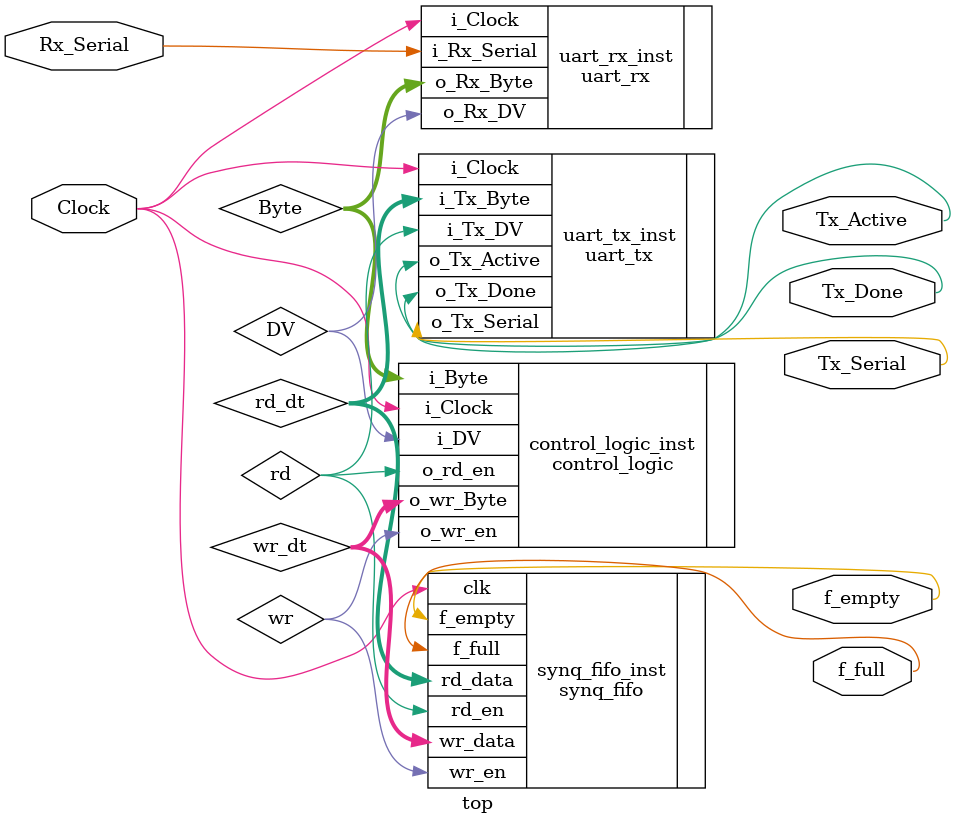
<source format=v>

module top(
    input Clock,
    input Rx_Serial,
    output f_full,
    output f_empty,
    output Tx_Active,
    output Tx_Serial,
    output Tx_Done
    );

    wire DV,rd,wr;
    wire [7:0] Byte,rd_dt,wr_dt;
uart_rx uart_rx_inst(
   .i_Clock(Clock),
   .i_Rx_Serial(Rx_Serial), 
   .o_Rx_DV(DV), 
   .o_Rx_Byte(Byte) 
   );

uart_tx uart_tx_inst(
   .i_Clock(Clock),
   .i_Tx_DV(rd),
   .i_Tx_Byte(rd_dt), 
   .o_Tx_Active(Tx_Active),
   .o_Tx_Serial(Tx_Serial),
   .o_Tx_Done(Tx_Done)
   );

synq_fifo synq_fifo_inst(
    .clk(Clock), 
    .wr_en(wr), 
    .wr_data(wr_dt), 
    .rd_en(rd), 
    .rd_data(rd_dt), 
    .f_empty(f_empty), 
    .f_full(f_full)
    );
 
control_logic control_logic_inst(
    .i_Clock(Clock),
    .i_Byte(Byte),
    .i_DV(DV),
    .o_wr_en(wr),
    .o_rd_en(rd),
    .o_wr_Byte(wr_dt)
    ); 
    
endmodule
</source>
